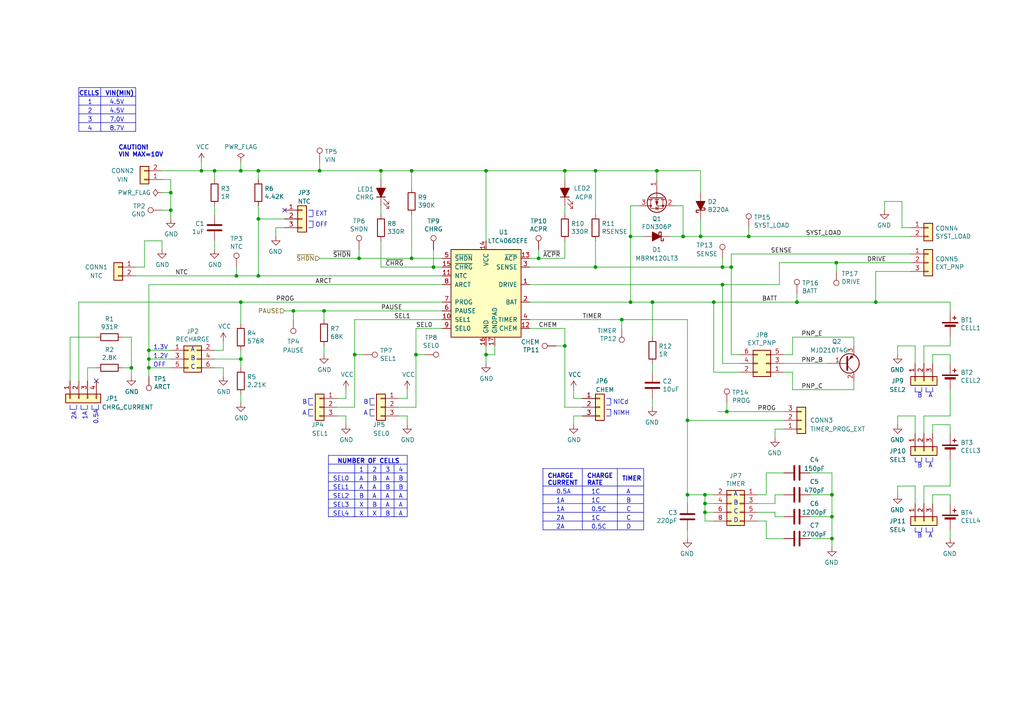
<source format=kicad_sch>
(kicad_sch (version 20231120) (generator "eeschema") (generator_version "8.0")
  (paper "A4")
  (lib_symbols
    (symbol "AE01.12.42.100-rescue:D_Schottky_ALT-Device" (pin_numbers hide) (pin_names (offset 1.016) hide)
      (property "Reference" "D" (at 0 2.54 0))
      (property "Value" "Device_D_Schottky_ALT" (at 0 -2.54 0))
      (symbol "D_Schottky_ALT-Device_1_1"
        (pin passive line (at -3.81 0 0) (length 2.54) (name "K") (number "1"))
        (pin passive line (at 3.81 0 180) (length 2.54) (name "A") (number "2"))
      )
    )
    (symbol "AE01.12.42.100-rescue:GND-power" (power) (pin_names (offset 0))
      (property "Value" "power_GND" (at 0 -3.81 0))
      (symbol "GND-power_1_1"
        (pin power_in line (at 0 0 270) (length 0) hide (name "GND") (number "1"))
      )
    )
    (symbol "AE01.12.42.100-rescue:LED_ALT-Device" (pin_numbers hide) (pin_names (offset 1.016) hide)
      (property "Reference" "D" (at 0 2.54 0))
      (property "Value" "Device_LED_ALT" (at 0 -2.54 0))
      (symbol "LED_ALT-Device_1_1"
        (pin passive line (at -3.81 0 0) (length 2.54) (name "K") (number "1"))
        (pin passive line (at 3.81 0 180) (length 2.54) (name "A") (number "2"))
      )
    )
    (symbol "AE01.12.42.100-rescue:LTC4060EFE-Battery_Management" (pin_names (offset 1.016))
      (property "Reference" "U" (at -8.382 13.97 0))
      (property "Value" "Battery_Management_LTC4060EFE" (at 1.524 13.97 0))
      (symbol "LTC4060EFE-Battery_Management_1_1"
        (pin output line (at 12.7 2.54 180) (length 2.54) (name "DRIVE") (number "1"))
        (pin input line (at -12.7 -7.62 0) (length 2.54) (name "SEL1") (number "10"))
        (pin input line (at -12.7 5.08 0) (length 2.54) (name "NTC") (number "11"))
        (pin input line (at 12.7 -10.16 180) (length 2.54) (name "CHEM") (number "12"))
        (pin open_collector line (at 12.7 10.16 180) (length 2.54) (name "~{ACP}") (number "13"))
        (pin power_in line (at 0 15.24 270) (length 2.54) (name "VCC") (number "14"))
        (pin open_collector line (at -12.7 7.62 0) (length 2.54) (name "~{CHRG}") (number "15"))
        (pin power_in line (at 0 -15.24 90) (length 2.54) (name "GND") (number "16"))
        (pin power_in line (at 2.54 -15.24 90) (length 2.54) (name "GNDPAD") (number "17"))
        (pin input line (at 12.7 -2.54 180) (length 2.54) (name "BAT") (number "2"))
        (pin input line (at 12.7 7.62 180) (length 2.54) (name "SENSE") (number "3"))
        (pin input line (at 12.7 -7.62 180) (length 2.54) (name "TIMER") (number "4"))
        (pin input line (at -12.7 10.16 0) (length 2.54) (name "~{SHDN}") (number "5"))
        (pin input line (at -12.7 -5.08 0) (length 2.54) (name "PAUSE") (number "6"))
        (pin input line (at -12.7 -2.54 0) (length 2.54) (name "PROG") (number "7"))
        (pin input line (at -12.7 2.54 0) (length 2.54) (name "ARCT") (number "8"))
        (pin input line (at -12.7 -10.16 0) (length 2.54) (name "SEL0") (number "9"))
      )
    )
    (symbol "AE01.12.42.100-rescue:PWR_FLAG-power" (power) (pin_numbers hide) (pin_names (offset 0) hide)
      (property "Value" "power_PWR_FLAG" (at 0 3.81 0))
      (symbol "PWR_FLAG-power_0_0"
        (pin power_out line (at 0 0 90) (length 0) (name "pwr") (number "1"))
      )
    )
    (symbol "AE01.12.42.100-rescue:VCC-power" (power) (pin_names (offset 0))
      (property "Value" "power_VCC" (at 0 3.81 0))
      (symbol "VCC-power_1_1"
        (pin power_in line (at 0 0 90) (length 0) hide (name "VCC") (number "1"))
      )
    )
    (symbol "Connector:TestPoint" (pin_numbers hide) (pin_names (offset 0.762) hide)
      (property "Reference" "TP" (at 0 6.858 0))
      (property "Value" "TestPoint" (at 0 5.08 0))
      (symbol "TestPoint_1_1"
        (pin passive line (at 0 0 90) (length 2.54) (name "1") (number "1"))
      )
    )
    (symbol "Connector_Generic:Conn_01x02" (pin_names (offset 1.016) hide)
      (property "Reference" "J" (at 0 2.54 0))
      (property "Value" "Conn_01x02" (at 0 -5.08 0))
      (symbol "Conn_01x02_1_1"
        (pin passive line (at -5.08 0 0) (length 3.81) (name "Pin_1") (number "1"))
        (pin passive line (at -5.08 -2.54 0) (length 3.81) (name "Pin_2") (number "2"))
      )
    )
    (symbol "Connector_Generic:Conn_01x03" (pin_names (offset 1.016) hide)
      (property "Reference" "J" (at 0 5.08 0))
      (property "Value" "Conn_01x03" (at 0 -5.08 0))
      (symbol "Conn_01x03_1_1"
        (pin passive line (at -5.08 2.54 0) (length 3.81) (name "Pin_1") (number "1"))
        (pin passive line (at -5.08 0 0) (length 3.81) (name "Pin_2") (number "2"))
        (pin passive line (at -5.08 -2.54 0) (length 3.81) (name "Pin_3") (number "3"))
      )
    )
    (symbol "Connector_Generic:Conn_01x04" (pin_names (offset 1.016) hide)
      (property "Reference" "J" (at 0 5.08 0))
      (property "Value" "Conn_01x04" (at 0 -7.62 0))
      (symbol "Conn_01x04_1_1"
        (pin passive line (at -5.08 2.54 0) (length 3.81) (name "Pin_1") (number "1"))
        (pin passive line (at -5.08 0 0) (length 3.81) (name "Pin_2") (number "2"))
        (pin passive line (at -5.08 -2.54 0) (length 3.81) (name "Pin_3") (number "3"))
        (pin passive line (at -5.08 -5.08 0) (length 3.81) (name "Pin_4") (number "4"))
      )
    )
    (symbol "Connector_Generic:Conn_02x03_Odd_Even" (pin_names (offset 1.016) hide)
      (property "Reference" "J" (at 1.27 5.08 0))
      (property "Value" "Conn_02x03_Odd_Even" (at 1.27 -5.08 0))
      (symbol "Conn_02x03_Odd_Even_1_1"
        (pin passive line (at -5.08 2.54 0) (length 3.81) (name "Pin_1") (number "1"))
        (pin passive line (at 7.62 2.54 180) (length 3.81) (name "Pin_2") (number "2"))
        (pin passive line (at -5.08 0 0) (length 3.81) (name "Pin_3") (number "3"))
        (pin passive line (at 7.62 0 180) (length 3.81) (name "Pin_4") (number "4"))
        (pin passive line (at -5.08 -2.54 0) (length 3.81) (name "Pin_5") (number "5"))
        (pin passive line (at 7.62 -2.54 180) (length 3.81) (name "Pin_6") (number "6"))
      )
    )
    (symbol "Connector_Generic:Conn_02x04_Odd_Even" (pin_names (offset 1.016) hide)
      (property "Reference" "J" (at 1.27 5.08 0))
      (property "Value" "Conn_02x04_Odd_Even" (at 1.27 -7.62 0))
      (symbol "Conn_02x04_Odd_Even_1_1"
        (pin passive line (at -5.08 2.54 0) (length 3.81) (name "Pin_1") (number "1"))
        (pin passive line (at 7.62 2.54 180) (length 3.81) (name "Pin_2") (number "2"))
        (pin passive line (at -5.08 0 0) (length 3.81) (name "Pin_3") (number "3"))
        (pin passive line (at 7.62 0 180) (length 3.81) (name "Pin_4") (number "4"))
        (pin passive line (at -5.08 -2.54 0) (length 3.81) (name "Pin_5") (number "5"))
        (pin passive line (at 7.62 -2.54 180) (length 3.81) (name "Pin_6") (number "6"))
        (pin passive line (at -5.08 -5.08 0) (length 3.81) (name "Pin_7") (number "7"))
        (pin passive line (at 7.62 -5.08 180) (length 3.81) (name "Pin_8") (number "8"))
      )
    )
    (symbol "Device:Battery_Cell" (pin_numbers hide) (pin_names (offset 0) hide)
      (property "Reference" "BT" (at 2.54 2.54 0))
      (property "Value" "Battery_Cell" (at 2.54 0 0))
      (symbol "Battery_Cell_1_1"
        (pin passive line (at 0 5.08 270) (length 2.54) (name "+") (number "1"))
        (pin passive line (at 0 -2.54 90) (length 2.54) (name "-") (number "2"))
      )
    )
    (symbol "Device:C" (pin_numbers hide) (pin_names (offset 0.254))
      (property "Reference" "C" (at 0.635 2.54 0))
      (property "Value" "C" (at 0.635 -2.54 0))
      (symbol "C_1_1"
        (pin passive line (at 0 3.81 270) (length 2.794) (name "~") (number "1"))
        (pin passive line (at 0 -3.81 90) (length 2.794) (name "~") (number "2"))
      )
    )
    (symbol "Device:Q_PMOS_GSD" (pin_names (offset 0) hide)
      (property "Reference" "Q" (at 5.08 1.27 0))
      (property "Value" "Q_PMOS_GSD" (at 5.08 -1.27 0))
      (symbol "Q_PMOS_GSD_1_1"
        (pin input line (at -5.08 0 0) (length 2.54) (name "G") (number "1"))
        (pin passive line (at 2.54 -5.08 90) (length 2.54) (name "S") (number "2"))
        (pin passive line (at 2.54 5.08 270) (length 2.54) (name "D") (number "3"))
      )
    )
    (symbol "Device:Q_PNP_BCE" (pin_names (offset 0) hide)
      (property "Reference" "Q" (at 5.08 1.27 0))
      (property "Value" "Q_PNP_BCE" (at 5.08 -1.27 0))
      (symbol "Q_PNP_BCE_1_1"
        (pin input line (at -5.08 0 0) (length 5.715) (name "B") (number "1"))
        (pin passive line (at 2.54 5.08 270) (length 2.54) (name "C") (number "2"))
        (pin passive line (at 2.54 -5.08 90) (length 2.54) (name "E") (number "3"))
      )
    )
    (symbol "Device:R" (pin_numbers hide) (pin_names (offset 0))
      (property "Reference" "R" (at 2.032 0 90))
      (property "Value" "R" (at 0 0 90))
      (symbol "R_1_1"
        (pin passive line (at 0 3.81 270) (length 1.27) (name "~") (number "1"))
        (pin passive line (at 0 -3.81 90) (length 1.27) (name "~") (number "2"))
      )
    )
  )
  (junction (at 203.2 68.58))
  (junction (at 204.47 146.05))
  (junction (at 68.58 80.01))
  (junction (at 180.34 92.71))
  (junction (at 209.55 77.47))
  (junction (at 204.47 143.51))
  (junction (at 207.01 87.63))
  (junction (at 119.38 49.53))
  (junction (at 43.18 106.68))
  (junction (at 140.97 49.53))
  (junction (at 241.3 143.51))
  (junction (at 49.53 60.96))
  (junction (at 69.85 49.53))
  (junction (at 189.23 87.63))
  (junction (at 204.47 148.59))
  (junction (at 49.53 55.88))
  (junction (at 43.18 101.6))
  (junction (at 163.83 49.53))
  (junction (at 172.72 77.47))
  (junction (at 163.83 100.33))
  (junction (at 199.39 143.51))
  (junction (at 58.42 49.53))
  (junction (at 242.57 76.2))
  (junction (at 172.72 49.53))
  (junction (at 43.18 104.14))
  (junction (at 69.85 104.14))
  (junction (at 156.21 74.93))
  (junction (at 212.09 77.47))
  (junction (at 140.97 102.87))
  (junction (at 85.09 90.17))
  (junction (at 209.55 82.55))
  (junction (at 74.93 80.01))
  (junction (at 199.39 121.92))
  (junction (at 210.82 119.38))
  (junction (at 110.49 49.53))
  (junction (at 119.38 74.93))
  (junction (at 62.23 49.53))
  (junction (at 69.85 87.63))
  (junction (at 93.98 90.17))
  (junction (at 74.93 63.5))
  (junction (at 102.87 102.87))
  (junction (at 254 87.63))
  (junction (at 92.71 49.53))
  (junction (at 241.3 156.21))
  (junction (at 231.14 87.63))
  (junction (at 198.12 68.58))
  (junction (at 125.73 77.47))
  (junction (at 241.3 149.86))
  (junction (at 217.17 68.58))
  (junction (at 104.14 74.93))
  (junction (at 74.93 49.53))
  (junction (at 182.88 87.63))
  (junction (at 190.5 49.53))
  (junction (at 38.1 106.68))
  (junction (at 182.88 68.58))
  (junction (at 120.65 102.87))
  (no_connect (at 27.94 110.49))
  (no_connect (at 82.55 60.96))
  (wire (pts (xy 229.87 107.95) (xy 229.87 113.03)))
  (wire (pts (xy 260.35 100.33) (xy 260.35 102.87)))
  (wire (pts (xy 199.39 121.92) (xy 199.39 143.51)))
  (wire (pts (xy 163.83 59.69) (xy 163.83 62.23)))
  (polyline (pts (xy 265.43 113.665) (xy 267.335 113.665)) (stroke (width 0) (type dash)))
  (wire (pts (xy 241.3 149.86) (xy 241.3 143.51)))
  (wire (pts (xy 275.59 102.87) (xy 275.59 105.41)))
  (polyline (pts (xy 267.335 113.665) (xy 267.335 112.395)) (stroke (width 0) (type dash)))
  (wire (pts (xy 153.67 92.71) (xy 180.34 92.71)))
  (polyline (pts (xy 114.3 134.62) (xy 114.3 149.86)) (stroke (width 0) (type solid)))
  (wire (pts (xy 38.1 97.79) (xy 38.1 106.68)))
  (wire (pts (xy 219.71 143.51) (xy 222.25 143.51)))
  (wire (pts (xy 275.59 102.87) (xy 270.51 102.87)))
  (wire (pts (xy 267.97 100.33) (xy 267.97 105.41)))
  (wire (pts (xy 62.23 49.53) (xy 58.42 49.53)))
  (wire (pts (xy 227.33 156.21) (xy 222.25 156.21)))
  (wire (pts (xy 68.58 77.47) (xy 68.58 80.01)))
  (wire (pts (xy 163.83 69.85) (xy 163.83 74.93)))
  (wire (pts (xy 207.01 87.63) (xy 231.14 87.63)))
  (wire (pts (xy 226.06 76.2) (xy 226.06 82.55)))
  (polyline (pts (xy 157.48 143.51) (xy 186.69 143.51)) (stroke (width 0) (type solid)))
  (polyline (pts (xy 89.535 118.745) (xy 89.535 120.65)) (stroke (width 0) (type dash)))
  (wire (pts (xy 180.34 92.71) (xy 199.39 92.71)))
  (polyline (pts (xy 89.535 117.475) (xy 90.805 117.475)) (stroke (width 0) (type dash)))
  (wire (pts (xy 62.23 49.53) (xy 62.23 52.07)))
  (wire (pts (xy 43.18 109.22) (xy 43.18 106.68)))
  (wire (pts (xy 212.09 73.66) (xy 212.09 77.47)))
  (polyline (pts (xy 22.86 27.94) (xy 39.37 27.94)) (stroke (width 0) (type solid)))
  (wire (pts (xy 260.35 140.97) (xy 260.35 143.51)))
  (polyline (pts (xy 268.605 133.985) (xy 270.51 133.985)) (stroke (width 0) (type dash)))
  (wire (pts (xy 189.23 107.95) (xy 189.23 105.41)))
  (wire (pts (xy 227.33 121.92) (xy 199.39 121.92)))
  (wire (pts (xy 265.43 100.33) (xy 260.35 100.33)))
  (polyline (pts (xy 175.895 118.745) (xy 177.165 118.745)) (stroke (width 0) (type dash)))
  (wire (pts (xy 82.55 90.17) (xy 85.09 90.17)))
  (polyline (pts (xy 89.535 64.135) (xy 90.805 64.135)) (stroke (width 0) (type dash)))
  (wire (pts (xy 41.91 69.85) (xy 46.99 69.85)))
  (polyline (pts (xy 157.48 153.67) (xy 186.69 153.67)) (stroke (width 0) (type solid)))
  (wire (pts (xy 203.2 49.53) (xy 190.5 49.53)))
  (wire (pts (xy 189.23 87.63) (xy 207.01 87.63)))
  (wire (pts (xy 204.47 146.05) (xy 204.47 148.59)))
  (polyline (pts (xy 89.535 115.57) (xy 89.535 117.475)) (stroke (width 0) (type dash)))
  (wire (pts (xy 219.71 146.05) (xy 224.79 146.05)))
  (wire (pts (xy 275.59 113.03) (xy 275.59 120.65)))
  (wire (pts (xy 49.53 55.88) (xy 49.53 60.96)))
  (polyline (pts (xy 22.225 118.745) (xy 22.225 117.475)) (stroke (width 0) (type dash)))
  (polyline (pts (xy 107.315 118.745) (xy 107.315 120.65)) (stroke (width 0) (type dash)))
  (wire (pts (xy 234.95 156.21) (xy 241.3 156.21)))
  (wire (pts (xy 100.33 115.57) (xy 97.79 115.57)))
  (wire (pts (xy 161.29 100.33) (xy 163.83 100.33)))
  (polyline (pts (xy 89.535 60.96) (xy 90.805 60.96)) (stroke (width 0) (type dash)))
  (wire (pts (xy 22.86 87.63) (xy 22.86 110.49)))
  (wire (pts (xy 198.12 68.58) (xy 203.2 68.58)))
  (wire (pts (xy 74.93 49.53) (xy 92.71 49.53)))
  (wire (pts (xy 254 78.74) (xy 264.16 78.74)))
  (wire (pts (xy 69.85 116.84) (xy 69.85 114.3)))
  (wire (pts (xy 102.87 118.11) (xy 102.87 102.87)))
  (wire (pts (xy 275.59 146.05) (xy 275.59 143.51)))
  (wire (pts (xy 241.3 137.16) (xy 234.95 137.16)))
  (polyline (pts (xy 270.51 113.665) (xy 270.51 112.395)) (stroke (width 0) (type dash)))
  (wire (pts (xy 267.97 146.05) (xy 267.97 140.97)))
  (wire (pts (xy 128.27 87.63) (xy 69.85 87.63)))
  (wire (pts (xy 93.98 90.17) (xy 93.98 92.71)))
  (wire (pts (xy 125.73 72.39) (xy 125.73 77.47)))
  (polyline (pts (xy 177.165 117.475) (xy 175.895 117.475)) (stroke (width 0) (type dash)))
  (polyline (pts (xy 108.585 118.745) (xy 107.315 118.745)) (stroke (width 0) (type dash)))
  (wire (pts (xy 227.33 119.38) (xy 210.82 119.38)))
  (wire (pts (xy 163.83 118.11) (xy 168.91 118.11)))
  (wire (pts (xy 265.43 120.65) (xy 260.35 120.65)))
  (polyline (pts (xy 26.67 118.745) (xy 28.575 118.745)) (stroke (width 0) (type dash)))
  (polyline (pts (xy 22.86 33.02) (xy 39.37 33.02)) (stroke (width 0) (type solid)))
  (wire (pts (xy 247.65 113.03) (xy 247.65 110.49)))
  (wire (pts (xy 153.67 77.47) (xy 172.72 77.47)))
  (polyline (pts (xy 186.69 151.13) (xy 157.48 151.13)) (stroke (width 0) (type solid)))
  (wire (pts (xy 128.27 74.93) (xy 119.38 74.93)))
  (wire (pts (xy 242.57 78.74) (xy 242.57 76.2)))
  (wire (pts (xy 163.83 100.33) (xy 163.83 95.25)))
  (wire (pts (xy 172.72 62.23) (xy 172.72 49.53)))
  (wire (pts (xy 217.17 66.04) (xy 217.17 68.58)))
  (wire (pts (xy 43.18 104.14) (xy 43.18 101.6)))
  (polyline (pts (xy 90.805 118.745) (xy 89.535 118.745)) (stroke (width 0) (type dash)))
  (wire (pts (xy 110.49 77.47) (xy 110.49 69.85)))
  (wire (pts (xy 62.23 62.23) (xy 62.23 59.69)))
  (polyline (pts (xy 177.165 118.745) (xy 177.165 120.65)) (stroke (width 0) (type dash)))
  (wire (pts (xy 204.47 148.59) (xy 204.47 151.13)))
  (wire (pts (xy 128.27 80.01) (xy 74.93 80.01)))
  (wire (pts (xy 198.12 59.69) (xy 195.58 59.69)))
  (wire (pts (xy 209.55 105.41) (xy 209.55 82.55)))
  (wire (pts (xy 69.85 49.53) (xy 74.93 49.53)))
  (polyline (pts (xy 108.585 115.57) (xy 107.315 115.57)) (stroke (width 0) (type dash)))
  (polyline (pts (xy 268.605 113.665) (xy 270.51 113.665)) (stroke (width 0) (type dash)))
  (polyline (pts (xy 107.315 117.475) (xy 108.585 117.475)) (stroke (width 0) (type dash)))
  (polyline (pts (xy 22.86 38.1) (xy 39.37 38.1)) (stroke (width 0) (type solid)))
  (wire (pts (xy 194.31 68.58) (xy 198.12 68.58)))
  (polyline (pts (xy 89.535 120.65) (xy 90.805 120.65)) (stroke (width 0) (type dash)))
  (wire (pts (xy 198.12 68.58) (xy 198.12 59.69)))
  (wire (pts (xy 227.33 137.16) (xy 222.25 137.16)))
  (wire (pts (xy 203.2 68.58) (xy 217.17 68.58)))
  (wire (pts (xy 69.85 104.14) (xy 69.85 101.6)))
  (polyline (pts (xy 118.11 132.08) (xy 118.11 149.86)) (stroke (width 0) (type solid)))
  (wire (pts (xy 264.16 66.04) (xy 261.62 66.04)))
  (wire (pts (xy 140.97 102.87) (xy 143.51 102.87)))
  (wire (pts (xy 105.41 102.87) (xy 102.87 102.87)))
  (wire (pts (xy 118.11 120.65) (xy 118.11 123.19)))
  (wire (pts (xy 156.21 74.93) (xy 156.21 72.39)))
  (wire (pts (xy 153.67 87.63) (xy 182.88 87.63)))
  (wire (pts (xy 119.38 74.93) (xy 104.14 74.93)))
  (polyline (pts (xy 29.21 25.4) (xy 29.21 38.1)) (stroke (width 0) (type solid)))
  (wire (pts (xy 224.79 143.51) (xy 227.33 143.51)))
  (wire (pts (xy 264.16 73.66) (xy 212.09 73.66)))
  (wire (pts (xy 224.79 146.05) (xy 224.79 143.51)))
  (wire (pts (xy 92.71 46.99) (xy 92.71 49.53)))
  (wire (pts (xy 100.33 120.65) (xy 100.33 123.19)))
  (wire (pts (xy 22.86 87.63) (xy 69.85 87.63)))
  (wire (pts (xy 209.55 74.93) (xy 209.55 77.47)))
  (wire (pts (xy 189.23 87.63) (xy 189.23 97.79)))
  (polyline (pts (xy 95.25 137.16) (xy 118.11 137.16)) (stroke (width 0) (type solid)))
  (polyline (pts (xy 186.69 135.89) (xy 186.69 153.67)) (stroke (width 0) (type solid)))
  (wire (pts (xy 227.33 107.95) (xy 229.87 107.95)))
  (polyline (pts (xy 177.165 120.65) (xy 175.895 120.65)) (stroke (width 0) (type dash)))
  (wire (pts (xy 140.97 100.33) (xy 140.97 102.87)))
  (wire (pts (xy 46.99 49.53) (xy 58.42 49.53)))
  (polyline (pts (xy 95.25 132.08) (xy 118.11 132.08)) (stroke (width 0) (type solid)))
  (wire (pts (xy 214.63 102.87) (xy 212.09 102.87)))
  (wire (pts (xy 212.09 77.47) (xy 209.55 77.47)))
  (wire (pts (xy 231.14 87.63) (xy 254 87.63)))
  (wire (pts (xy 256.54 58.42) (xy 256.54 60.96)))
  (polyline (pts (xy 25.4 118.745) (xy 25.4 117.475)) (stroke (width 0) (type dash)))
  (polyline (pts (xy 102.87 149.86) (xy 102.87 134.62)) (stroke (width 0) (type solid)))
  (wire (pts (xy 204.47 146.05) (xy 207.01 146.05)))
  (wire (pts (xy 275.59 120.65) (xy 267.97 120.65)))
  (polyline (pts (xy 22.86 25.4) (xy 22.86 38.1)) (stroke (width 0) (type solid)))
  (wire (pts (xy 110.49 49.53) (xy 110.49 52.07)))
  (wire (pts (xy 241.3 156.21) (xy 241.3 158.75)))
  (wire (pts (xy 260.35 120.65) (xy 260.35 123.19)))
  (polyline (pts (xy 20.32 117.475) (xy 20.32 118.745)) (stroke (width 0) (type dash)))
  (wire (pts (xy 97.79 118.11) (xy 102.87 118.11)))
  (wire (pts (xy 204.47 143.51) (xy 207.01 143.51)))
  (wire (pts (xy 49.53 60.96) (xy 49.53 63.5)))
  (wire (pts (xy 241.3 143.51) (xy 241.3 137.16)))
  (polyline (pts (xy 270.51 154.305) (xy 270.51 153.035)) (stroke (width 0) (type dash)))
  (wire (pts (xy 180.34 95.25) (xy 180.34 92.71)))
  (wire (pts (xy 120.65 102.87) (xy 120.65 95.25)))
  (wire (pts (xy 229.87 97.79) (xy 229.87 102.87)))
  (wire (pts (xy 80.01 68.58) (xy 80.01 66.04)))
  (wire (pts (xy 241.3 149.86) (xy 234.95 149.86)))
  (wire (pts (xy 210.82 119.38) (xy 208.28 119.38)))
  (wire (pts (xy 182.88 87.63) (xy 189.23 87.63)))
  (wire (pts (xy 74.93 80.01) (xy 68.58 80.01)))
  (wire (pts (xy 20.32 97.79) (xy 20.32 110.49)))
  (wire (pts (xy 102.87 102.87) (xy 102.87 92.71)))
  (polyline (pts (xy 95.25 142.24) (xy 118.11 142.24)) (stroke (width 0) (type solid)))
  (wire (pts (xy 46.99 55.88) (xy 49.53 55.88)))
  (wire (pts (xy 203.2 55.88) (xy 203.2 49.53)))
  (wire (pts (xy 93.98 102.87) (xy 93.98 100.33)))
  (wire (pts (xy 62.23 106.68) (xy 64.77 106.68)))
  (wire (pts (xy 172.72 77.47) (xy 209.55 77.47)))
  (polyline (pts (xy 110.49 134.62) (xy 110.49 149.86)) (stroke (width 0) (type solid)))
  (wire (pts (xy 199.39 92.71) (xy 199.39 121.92)))
  (wire (pts (xy 242.57 76.2) (xy 226.06 76.2)))
  (wire (pts (xy 115.57 120.65) (xy 118.11 120.65)))
  (polyline (pts (xy 22.86 35.56) (xy 39.37 35.56)) (stroke (width 0) (type solid)))
  (wire (pts (xy 69.85 93.98) (xy 69.85 87.63)))
  (polyline (pts (xy 186.69 146.05) (xy 157.48 146.05)) (stroke (width 0) (type solid)))
  (wire (pts (xy 247.65 97.79) (xy 229.87 97.79)))
  (wire (pts (xy 182.88 68.58) (xy 182.88 87.63)))
  (wire (pts (xy 119.38 49.53) (xy 140.97 49.53)))
  (wire (pts (xy 224.79 124.46) (xy 227.33 124.46)))
  (wire (pts (xy 275.59 100.33) (xy 267.97 100.33)))
  (wire (pts (xy 85.09 92.71) (xy 85.09 90.17)))
  (wire (pts (xy 153.67 82.55) (xy 209.55 82.55)))
  (wire (pts (xy 209.55 82.55) (xy 226.06 82.55)))
  (polyline (pts (xy 177.165 115.57) (xy 177.165 117.475)) (stroke (width 0) (type dash)))
  (wire (pts (xy 275.59 123.19) (xy 275.59 125.73)))
  (wire (pts (xy 115.57 118.11) (xy 120.65 118.11)))
  (polyline (pts (xy 186.69 135.89) (xy 157.48 135.89)) (stroke (width 0) (type solid)))
  (wire (pts (xy 140.97 69.85) (xy 140.97 49.53)))
  (wire (pts (xy 39.37 77.47) (xy 41.91 77.47)))
  (wire (pts (xy 140.97 102.87) (xy 140.97 105.41)))
  (wire (pts (xy 163.83 74.93) (xy 156.21 74.93)))
  (wire (pts (xy 224.79 149.86) (xy 227.33 149.86)))
  (polyline (pts (xy 265.43 112.395) (xy 265.43 113.665)) (stroke (width 0) (type dash)))
  (wire (pts (xy 68.58 80.01) (xy 39.37 80.01)))
  (polyline (pts (xy 265.43 154.305) (xy 267.335 154.305)) (stroke (width 0) (type dash)))
  (polyline (pts (xy 26.67 117.475) (xy 26.67 118.745)) (stroke (width 0) (type dash)))
  (wire (pts (xy 49.53 60.96) (xy 46.99 60.96)))
  (wire (pts (xy 92.71 49.53) (xy 110.49 49.53)))
  (wire (pts (xy 204.47 143.51) (xy 199.39 143.51)))
  (wire (pts (xy 74.93 59.69) (xy 74.93 63.5)))
  (wire (pts (xy 123.19 102.87) (xy 120.65 102.87)))
  (wire (pts (xy 35.56 97.79) (xy 38.1 97.79)))
  (wire (pts (xy 25.4 106.68) (xy 25.4 110.49)))
  (wire (pts (xy 241.3 156.21) (xy 241.3 149.86)))
  (wire (pts (xy 43.18 101.6) (xy 49.53 101.6)))
  (polyline (pts (xy 22.86 30.48) (xy 39.37 30.48)) (stroke (width 0) (type solid)))
  (wire (pts (xy 38.1 106.68) (xy 38.1 109.22)))
  (polyline (pts (xy 157.48 148.59) (xy 186.69 148.59)) (stroke (width 0) (type solid)))
  (polyline (pts (xy 95.25 147.32) (xy 118.11 147.32)) (stroke (width 0) (type solid)))
  (wire (pts (xy 265.43 140.97) (xy 260.35 140.97)))
  (wire (pts (xy 224.79 148.59) (xy 224.79 149.86)))
  (wire (pts (xy 204.47 143.51) (xy 204.47 146.05)))
  (wire (pts (xy 190.5 52.07) (xy 190.5 49.53)))
  (polyline (pts (xy 267.335 154.305) (xy 267.335 153.035)) (stroke (width 0) (type dash)))
  (wire (pts (xy 265.43 125.73) (xy 265.43 120.65)))
  (wire (pts (xy 241.3 143.51) (xy 234.95 143.51)))
  (polyline (pts (xy 90.805 62.865) (xy 89.535 62.865)) (stroke (width 0) (type dash)))
  (polyline (pts (xy 265.43 133.985) (xy 267.335 133.985)) (stroke (width 0) (type dash)))
  (wire (pts (xy 153.67 95.25) (xy 163.83 95.25)))
  (wire (pts (xy 119.38 49.53) (xy 110.49 49.53)))
  (polyline (pts (xy 267.335 133.985) (xy 267.335 132.715)) (stroke (width 0) (type dash)))
  (wire (pts (xy 204.47 151.13) (xy 207.01 151.13)))
  (polyline (pts (xy 28.575 118.745) (xy 28.575 117.475)) (stroke (width 0) (type dash)))
  (wire (pts (xy 217.17 68.58) (xy 264.16 68.58)))
  (wire (pts (xy 46.99 52.07) (xy 49.53 52.07)))
  (polyline (pts (xy 268.605 153.035) (xy 268.605 154.305)) (stroke (width 0) (type dash)))
  (wire (pts (xy 264.16 76.2) (xy 242.57 76.2)))
  (wire (pts (xy 120.65 118.11) (xy 120.65 102.87)))
  (wire (pts (xy 209.55 105.41) (xy 214.63 105.41)))
  (polyline (pts (xy 270.51 133.985) (xy 270.51 132.715)) (stroke (width 0) (type dash)))
  (wire (pts (xy 49.53 106.68) (xy 43.18 106.68)))
  (wire (pts (xy 46.99 69.85) (xy 46.99 72.39)))
  (polyline (pts (xy 107.315 120.65) (xy 108.585 120.65)) (stroke (width 0) (type dash)))
  (wire (pts (xy 128.27 77.47) (xy 125.73 77.47)))
  (polyline (pts (xy 39.37 25.4) (xy 39.37 38.1)) (stroke (width 0) (type solid)))
  (wire (pts (xy 27.94 97.79) (xy 20.32 97.79)))
  (polyline (pts (xy 265.43 132.715) (xy 265.43 133.985)) (stroke (width 0) (type dash)))
  (wire (pts (xy 163.83 118.11) (xy 163.83 100.33)))
  (wire (pts (xy 210.82 119.38) (xy 210.82 116.84)))
  (polyline (pts (xy 95.25 139.7) (xy 118.11 139.7)) (stroke (width 0) (type solid)))
  (wire (pts (xy 261.62 58.42) (xy 256.54 58.42)))
  (wire (pts (xy 163.83 52.07) (xy 163.83 49.53)))
  (wire (pts (xy 119.38 54.61) (xy 119.38 49.53)))
  (wire (pts (xy 219.71 151.13) (xy 222.25 151.13)))
  (wire (pts (xy 41.91 77.47) (xy 41.91 69.85)))
  (wire (pts (xy 58.42 49.53) (xy 58.42 46.99)))
  (wire (pts (xy 118.11 115.57) (xy 115.57 115.57)))
  (wire (pts (xy 207.01 87.63) (xy 207.01 107.95)))
  (wire (pts (xy 182.88 68.58) (xy 182.88 59.69)))
  (wire (pts (xy 224.79 127) (xy 224.79 124.46)))
  (wire (pts (xy 172.72 49.53) (xy 163.83 49.53)))
  (wire (pts (xy 82.55 63.5) (xy 74.93 63.5)))
  (polyline (pts (xy 179.07 135.89) (xy 179.07 153.67)) (stroke (width 0) (type solid)))
  (wire (pts (xy 182.88 59.69) (xy 185.42 59.69)))
  (wire (pts (xy 110.49 62.23) (xy 110.49 59.69)))
  (wire (pts (xy 143.51 102.87) (xy 143.51 100.33)))
  (wire (pts (xy 254 87.63) (xy 254 78.74)))
  (wire (pts (xy 74.93 52.07) (xy 74.93 49.53)))
  (wire (pts (xy 43.18 82.55) (xy 128.27 82.55)))
  (wire (pts (xy 156.21 74.93) (xy 153.67 74.93)))
  (wire (pts (xy 270.51 143.51) (xy 270.51 146.05)))
  (wire (pts (xy 222.25 151.13) (xy 222.25 156.21)))
  (polyline (pts (xy 268.605 112.395) (xy 268.605 113.665)) (stroke (width 0) (type dash)))
  (wire (pts (xy 120.65 95.25) (xy 128.27 95.25)))
  (polyline (pts (xy 265.43 153.035) (xy 265.43 154.305)) (stroke (width 0) (type dash)))
  (wire (pts (xy 85.09 90.17) (xy 93.98 90.17)))
  (polyline (pts (xy 157.48 140.97) (xy 186.69 140.97)) (stroke (width 0) (type solid)))
  (wire (pts (xy 275.59 90.17) (xy 275.59 87.63)))
  (polyline (pts (xy 106.68 134.62) (xy 106.68 149.86)) (stroke (width 0) (type solid)))
  (polyline (pts (xy 107.315 115.57) (xy 107.315 117.475)) (stroke (width 0) (type dash)))
  (wire (pts (xy 267.97 125.73) (xy 267.97 120.65)))
  (polyline (pts (xy 95.25 149.86) (xy 118.11 149.86)) (stroke (width 0) (type dash)))
  (wire (pts (xy 69.85 49.53) (xy 69.85 46.99)))
  (wire (pts (xy 128.27 90.17) (xy 93.98 90.17)))
  (polyline (pts (xy 168.91 135.89) (xy 168.91 153.67)) (stroke (width 0) (type solid)))
  (wire (pts (xy 261.62 66.04) (xy 261.62 58.42)))
  (wire (pts (xy 203.2 68.58) (xy 203.2 63.5)))
  (wire (pts (xy 227.33 105.41) (xy 240.03 105.41)))
  (wire (pts (xy 231.14 85.09) (xy 231.14 87.63)))
  (wire (pts (xy 62.23 72.39) (xy 62.23 69.85)))
  (wire (pts (xy 166.37 115.57) (xy 168.91 115.57)))
  (polyline (pts (xy 95.25 134.62) (xy 118.11 134.62)) (stroke (width 0) (type solid)))
  (wire (pts (xy 166.37 120.65) (xy 166.37 123.19)))
  (wire (pts (xy 166.37 120.65) (xy 168.91 120.65)))
  (polyline (pts (xy 95.25 132.08) (xy 95.25 149.86)) (stroke (width 0) (type solid)))
  (wire (pts (xy 163.83 49.53) (xy 140.97 49.53)))
  (wire (pts (xy 69.85 49.53) (xy 62.23 49.53)))
  (wire (pts (xy 190.5 49.53) (xy 172.72 49.53)))
  (wire (pts (xy 265.43 146.05) (xy 265.43 140.97)))
  (wire (pts (xy 64.77 106.68) (xy 64.77 109.22)))
  (polyline (pts (xy 23.495 117.475) (xy 23.495 118.745)) (stroke (width 0) (type dash)))
  (wire (pts (xy 254 87.63) (xy 275.59 87.63)))
  (polyline (pts (xy 95.25 149.86) (xy 118.11 149.86)) (stroke (width 0) (type solid)))
  (wire (pts (xy 27.94 106.68) (xy 25.4 106.68)))
  (wire (pts (xy 199.39 143.51) (xy 199.39 146.05)))
  (wire (pts (xy 38.1 106.68) (xy 35.56 106.68)))
  (wire (pts (xy 204.47 148.59) (xy 207.01 148.59)))
  (wire (pts (xy 80.01 66.04) (xy 82.55 66.04)))
  (wire (pts (xy 275.59 123.19) (xy 270.51 123.19)))
  (wire (pts (xy 100.33 113.03) (xy 100.33 115.57)))
  (wire (pts (xy 229.87 102.87) (xy 227.33 102.87)))
  (wire (pts (xy 270.51 123.19) (xy 270.51 125.73)))
  (wire (pts (xy 189.23 118.11) (xy 189.23 115.57)))
  (wire (pts (xy 275.59 100.33) (xy 275.59 97.79)))
  (polyline (pts (xy 90.805 66.04) (xy 89.535 66.04)) (stroke (width 0) (type dash)))
  (polyline (pts (xy 157.48 135.89) (xy 157.48 153.67)) (stroke (width 0) (type solid)))
  (wire (pts (xy 43.18 106.68) (xy 43.18 104.14)))
  (wire (pts (xy 43.18 101.6) (xy 43.18 82.55)))
  (wire (pts (xy 166.37 115.57) (xy 166.37 113.03)))
  (wire (pts (xy 229.87 113.03) (xy 247.65 113.03)))
  (wire (pts (xy 74.93 63.5) (xy 74.93 80.01)))
  (polyline (pts (xy 175.895 115.57) (xy 177.165 115.57)) (stroke (width 0) (type dash)))
  (polyline (pts (xy 268.605 154.305) (xy 270.51 154.305)) (stroke (width 0) (type dash)))
  (polyline (pts (xy 268.605 132.715) (xy 268.605 133.985)) (stroke (width 0) (type dash)))
  (wire (pts (xy 222.25 143.51) (xy 222.25 137.16)))
  (wire (pts (xy 43.18 104.14) (xy 49.53 104.14)))
  (polyline (pts (xy 22.86 25.4) (xy 39.37 25.4)) (stroke (width 0) (type solid)))
  (wire (pts (xy 172.72 77.47) (xy 172.72 69.85)))
  (wire (pts (xy 275.59 140.97) (xy 267.97 140.97)))
  (wire (pts (xy 182.88 68.58) (xy 186.69 68.58)))
  (wire (pts (xy 207.01 107.95) (xy 214.63 107.95)))
  (polyline (pts (xy 90.805 115.57) (xy 89.535 115.57)) (stroke (width 0) (type dash)))
  (wire (pts (xy 104.14 74.93) (xy 92.71 74.93)))
  (wire (pts (xy 265.43 105.41) (xy 265.43 100.33)))
  (wire (pts (xy 275.59 153.67) (xy 275.59 156.21)))
  (wire (pts (xy 64.77 101.6) (xy 64.77 99.06)))
  (wire (pts (xy 199.39 156.21) (xy 199.39 153.67)))
  (wire (pts (xy 247.65 100.33) (xy 247.65 97.79)))
  (wire (pts (xy 212.09 102.87) (xy 212.09 77.47)))
  (wire (pts (xy 69.85 106.68) (xy 69.85 104.14)))
  (polyline (pts (xy 95.25 144.78) (xy 118.11 144.78)) (stroke (width 0) (type solid)))
  (wire (pts (xy 62.23 101.6) (xy 64.77 101.6)))
  (polyline (pts (xy 90.805 60.96) (xy 90.805 62.865)) (stroke (width 0) (type dash)))
  (wire (pts (xy 102.87 92.71) (xy 128.27 92.71)))
  (wire (pts (xy 275.59 133.35) (xy 275.59 140.97)))
  (wire (pts (xy 118.11 113.03) (xy 118.11 115.57)))
  (wire (pts (xy 100.33 120.65) (xy 97.79 120.65)))
  (wire (pts (xy 62.23 104.14) (xy 69.85 104.14)))
  (wire (pts (xy 119.38 62.23) (xy 119.38 74.93)))
  (wire (pts (xy 275.59 143.51) (xy 270.51 143.51)))
  (polyline (pts (xy 20.32 118.745) (xy 22.225 118.745)) (stroke (width 0) (type dash)))
  (polyline (pts (xy 23.495 118.745) (xy 25.4 118.745)) (stroke (width 0) (type dash)))
  (wire (pts (xy 219.71 148.59) (xy 224.79 148.59)))
  (wire (pts (xy 104.14 72.39) (xy 104.14 74.93)))
  (polyline (pts (xy 90.805 64.135) (xy 90.805 66.04)) (stroke (width 0) (type dash)))
  (wire (pts (xy 49.53 52.07) (xy 49.53 55.88)))
  (wire (pts (xy 125.73 77.47) (xy 110.49 77.47)))
  (wire (pts (xy 270.51 102.87) (xy 270.51 105.41)))
  (text "A" (at 87.63 120.65 0) (effects (font (size 1.27 1.27)) (justify left bottom)))
  (text "X" (at 104.14 149.86 0) (effects (font (size 1.27 1.27)) (justify left bottom)))
  (text "8.7V" (at 31.75 38.1 0) (effects (font (size 1.27 1.27)) (justify left bottom)))
  (text "1C" (at 171.45 151.13 0) (effects (font (size 1.27 1.27)) (justify left bottom)))
  (text "SEL2" (at 96.52 144.78 0) (effects (font (size 1.27 1.27)) (justify left bottom)))
  (text "1A" (at 25.4 121.92 90) (effects (font (size 1.27 1.27)) (justify left bottom)))
  (text "B" (at 115.57 142.24 0) (effects (font (size 1.27 1.27)) (justify left bottom)))
  (text "A" (at 104.14 139.7 0) (effects (font (size 1.27 1.27)) (justify left bottom)))
  (text "1.3V" (at 44.45 101.6 0) (effects (font (size 1.27 1.27)) (justify left bottom)))
  (text "A" (at 107.95 142.24 0) (effects (font (size 1.27 1.27)) (justify left bottom)))
  (text "1A" (at 161.29 148.59 0) (effects (font (size 1.27 1.27)) (justify left bottom)))
  (text "C" (at 181.61 148.59 0) (effects (font (size 1.27 1.27)) (justify left bottom)))
  (text "0.5C" (at 171.45 148.59 0) (effects (font (size 1.27 1.27)) (justify left bottom)))
  (text "CHARGE\nCURRENT" (at 158.75 140.97 0) (effects (font (size 1.27 1.27) (thickness 0.254) (bold yes)) (justify left bottom)))
  (text "SEL1" (at 96.52 142.24 0) (effects (font (size 1.27 1.27)) (justify left bottom)))
  (text "B" (at 266.065 115.57 0) (effects (font (size 1.27 1.27)) (justify left bottom)))
  (text "CAUTION!\nVIN MAX=10V" (at 34.29 45.72 0) (effects (font (size 1.27 1.27) (thickness 0.254) (bold yes)) (justify left bottom)))
  (text "B" (at 212.725 146.685 0) (effects (font (size 1.27 1.27)) (justify left bottom)))
  (text "A" (at 115.57 149.86 0) (effects (font (size 1.27 1.27)) (justify left bottom)))
  (text "2A" (at 161.29 153.67 0) (effects (font (size 1.27 1.27)) (justify left bottom)))
  (text "1.2V" (at 44.45 104.14 0) (effects (font (size 1.27 1.27)) (justify left bottom)))
  (text "4" (at 25.4 38.1 0) (effects (font (size 1.27 1.27)) (justify left bottom)))
  (text "D" (at 212.725 151.765 0) (effects (font (size 1.27 1.27)) (justify left bottom)))
  (text "D" (at 181.61 153.67 0) (effects (font (size 1.27 1.27)) (justify left bottom)))
  (text "4.5V" (at 31.75 30.48 0) (effects (font (size 1.27 1.27)) (justify left bottom)))
  (text "7.0V" (at 31.75 35.56 0) (effects (font (size 1.27 1.27)) (justify left bottom)))
  (text "C" (at 212.725 149.225 0) (effects (font (size 1.27 1.27)) (justify left bottom)))
  (text "A" (at 115.57 147.32 0) (effects (font (size 1.27 1.27)) (justify left bottom)))
  (text "A" (at 111.76 144.78 0) (effects (font (size 1.27 1.27)) (justify left bottom)))
  (text "0.5A" (at 161.29 143.51 0) (effects (font (size 1.27 1.27)) (justify left bottom)))
  (text "B" (at 107.95 139.7 0) (effects (font (size 1.27 1.27)) (justify left bottom)))
  (text "A" (at 111.76 147.32 0) (effects (font (size 1.27 1.27)) (justify left bottom)))
  (text "4.5V" (at 31.75 33.02 0) (effects (font (size 1.27 1.27)) (justify left bottom)))
  (text "B" (at 266.065 135.89 0) (effects (font (size 1.27 1.27)) (justify left bottom)))
  (text "SEL3" (at 96.52 147.32 0) (effects (font (size 1.27 1.27)) (justify left bottom)))
  (text "C" (at 181.61 151.13 0) (effects (font (size 1.27 1.27)) (justify left bottom)))
  (text "1C" (at 171.45 146.05 0) (effects (font (size 1.27 1.27)) (justify left bottom)))
  (text "CHARGE\nRATE" (at 170.18 140.97 0) (effects (font (size 1.27 1.27) (thickness 0.254) (bold yes)) (justify left bottom)))
  (text "1C" (at 171.45 143.51 0) (effects (font (size 1.27 1.27)) (justify left bottom)))
  (text "0.5A" (at 28.575 123.19 90) (effects (font (size 1.27 1.27)) (justify left bottom)))
  (text "2A" (at 22.225 121.92 90) (effects (font (size 1.27 1.27)) (justify left bottom)))
  (text "1A" (at 161.29 146.05 0) (effects (font (size 1.27 1.27)) (justify left bottom)))
  (text "C" (at 55.245 107.315 0) (effects (font (size 1.27 1.27)) (justify left bottom)))
  (text "NUMBER OF CELLS" (at 97.79 134.62 0) (effects (font (size 1.27 1.27) (thickness 0.254) (bold yes)) (justify left bottom)))
  (text "0.5C" (at 171.45 153.67 0) (effects (font (size 1.27 1.27)) (justify left bottom)))
  (text "B" (at 115.57 139.7 0) (effects (font (size 1.27 1.27)) (justify left bottom)))
  (text "OFF" (at 44.45 106.68 0) (effects (font (size 1.27 1.27)) (justify left bottom)))
  (text "1" (at 104.14 137.16 0) (effects (font (size 1.27 1.27)) (justify left bottom)))
  (text "X" (at 107.95 149.86 0) (effects (font (size 1.27 1.27)) (justify left bottom)))
  (text "A" (at 107.95 144.78 0) (effects (font (size 1.27 1.27)) (justify left bottom)))
  (text "X" (at 104.14 147.32 0) (effects (font (size 1.27 1.27)) (justify left bottom)))
  (text "B" (at 55.245 104.775 0) (effects (font (size 1.27 1.27)) (justify left bottom)))
  (text "B" (at 181.61 146.05 0) (effects (font (size 1.27 1.27)) (justify left bottom)))
  (text "SEL4" (at 96.52 149.86 0) (effects (font (size 1.27 1.27)) (justify left bottom)))
  (text "B" (at 111.76 142.24 0) (effects (font (size 1.27 1.27)) (justify left bottom)))
  (text "B" (at 266.065 156.21 0) (effects (font (size 1.27 1.27)) (justify left bottom)))
  (text "3" (at 25.4 35.56 0) (effects (font (size 1.27 1.27)) (justify left bottom)))
  (text "3" (at 111.76 137.16 0) (effects (font (size 1.27 1.27)) (justify left bottom)))
  (text "2" (at 25.4 33.02 0) (effects (font (size 1.27 1.27)) (justify left bottom)))
  (text "NiMH" (at 177.8 120.65 0) (effects (font (size 1.27 1.27)) (justify left bottom)))
  (text "NiCd" (at 177.8 117.475 0) (effects (font (size 1.27 1.27)) (justify left bottom)))
  (text "1" (at 25.4 30.48 0) (effects (font (size 1.27 1.27)) (justify left bottom)))
  (text "B" (at 87.63 117.475 0) (effects (font (size 1.27 1.27)) (justify left bottom)))
  (text "2A" (at 161.29 151.13 0) (effects (font (size 1.27 1.27)) (justify left bottom)))
  (text "CELLS" (at 22.86 27.94 0) (effects (font (size 1.27 1.27) (thickness 0.254) (bold yes)) (justify left bottom)))
  (text "A" (at 269.24 156.21 0) (effects (font (size 1.27 1.27)) (justify left bottom)))
  (text "A" (at 269.24 135.89 0) (effects (font (size 1.27 1.27)) (justify left bottom)))
  (text "4" (at 115.57 137.16 0) (effects (font (size 1.27 1.27)) (justify left bottom)))
  (text "A" (at 111.76 139.7 0) (effects (font (size 1.27 1.27)) (justify left bottom)))
  (text "SEL0" (at 96.52 139.7 0) (effects (font (size 1.27 1.27)) (justify left bottom)))
  (text "B" (at 111.76 149.86 0) (effects (font (size 1.27 1.27)) (justify left bottom)))
  (text "A" (at 55.245 102.235 0) (effects (font (size 1.27 1.27)) (justify left bottom)))
  (text "2" (at 107.95 137.16 0) (effects (font (size 1.27 1.27)) (justify left bottom)))
  (text "A" (at 212.725 144.145 0) (effects (font (size 1.27 1.27)) (justify left bottom)))
  (text "A" (at 181.61 143.51 0) (effects (font (size 1.27 1.27)) (justify left bottom)))
  (text "B" (at 104.14 144.78 0) (effects (font (size 1.27 1.27)) (justify left bottom)))
  (text "A" (at 105.41 120.65 0) (effects (font (size 1.27 1.27)) (justify left bottom)))
  (text "B" (at 107.95 147.32 0) (effects (font (size 1.27 1.27)) (justify left bottom)))
  (text "VIN(MIN)" (at 30.48 27.94 0) (effects (font (size 1.27 1.27) (thickness 0.254) (bold yes)) (justify left bottom)))
  (text "A" (at 115.57 144.78 0) (effects (font (size 1.27 1.27)) (justify left bottom)))
  (text "A" (at 269.24 115.57 0) (effects (font (size 1.27 1.27)) (justify left bottom)))
  (text "EXT" (at 91.44 62.865 0) (effects (font (size 1.27 1.27)) (justify left bottom)))
  (text "A" (at 104.14 142.24 0) (effects (font (size 1.27 1.27)) (justify left bottom)))
  (text "TIMER" (at 180.34 139.7 0) (effects (font (size 1.27 1.27) (thickness 0.254) (bold yes)) (justify left bottom)))
  (text "B" (at 105.41 117.475 0) (effects (font (size 1.27 1.27)) (justify left bottom)))
  (text "OFF" (at 91.44 66.04 0) (effects (font (size 1.27 1.27)) (justify left bottom)))
  (label "PNP_C" (at 232.41 113.03 0))
  (label "PROG" (at 219.71 119.38 0))
  (label "SEL0" (at 120.65 95.25 0))
  (label "SYST_LOAD" (at 233.68 68.58 0))
  (label "SEL1" (at 114.3 92.71 0))
  (label "TIMER" (at 168.91 92.71 0))
  (label "SENSE" (at 223.52 73.66 0))
  (label "~{SHDN}" (at 96.52 74.93 0))
  (label "PNP_E" (at 232.41 97.79 0))
  (label "PROG" (at 80.01 87.63 0))
  (label "PAUSE" (at 110.49 90.17 0))
  (label "NTC" (at 50.8 80.01 0))
  (label "DRIVE" (at 251.46 76.2 0))
  (label "BATT" (at 220.98 87.63 0))
  (label "CHEM" (at 156.21 95.25 0))
  (label "~{ACPR}" (at 157.48 74.93 0))
  (label "~{CHRG}" (at 111.76 77.47 0))
  (label "PNP_B" (at 232.41 105.41 0))
  (label "ARCT" (at 91.44 82.55 0))
  (hierarchical_label "PAUSE" (shape input) (at 82.55 90.17 180))
  (hierarchical_label "~{SHDN}" (shape input) (at 92.71 74.93 180))
  (symbol (lib_id "Device:Battery_Cell") (at 275.59 95.25 0) (unit 1)
    (property "Reference" "BT1" (at 278.5872 92.8116 0) (effects (justify left)))
    (property "Value" "CELL1" (at 278.5872 95.123 0) (effects (justify left)))
    (property "Footprint" "Battery:BatteryHolder_Keystone_2460_1xAA" (effects (hide yes)))
  )
  (symbol (lib_id "Device:Battery_Cell") (at 275.59 110.49 0) (unit 1)
    (property "Reference" "BT2" (at 278.5872 108.0516 0) (effects (justify left)))
    (property "Value" "CELL2" (at 278.5872 110.363 0) (effects (justify left)))
    (property "Footprint" "Battery:BatteryHolder_Keystone_2460_1xAA" (effects (hide yes)))
  )
  (symbol (lib_id "Device:Battery_Cell") (at 275.59 130.81 0) (unit 1)
    (property "Reference" "BT3" (at 278.5872 128.3716 0) (effects (justify left)))
    (property "Value" "CELL3" (at 278.5872 130.683 0) (effects (justify left)))
    (property "Footprint" "Battery:BatteryHolder_Keystone_2460_1xAA" (effects (hide yes)))
  )
  (symbol (lib_id "Device:Battery_Cell") (at 275.59 151.13 0) (unit 1)
    (property "Reference" "BT4" (at 278.5872 148.6916 0) (effects (justify left)))
    (property "Value" "CELL4" (at 278.5872 151.003 0) (effects (justify left)))
    (property "Footprint" "Battery:BatteryHolder_Keystone_2460_1xAA" (effects (hide yes)))
  )
  (symbol (lib_id "Connector_Generic:Conn_01x03") (at 267.97 110.49 90) (mirror x) (unit 1)
    (property "Reference" "JP9" (at 260.35 110.49 90))
    (property "Value" "SEL2" (at 260.35 113.03 90))
    (property "Footprint" "Connector_PinHeader_2.54mm:PinHeader_1x03_P2.54mm_Vertical" (effects (hide yes)))
  )
  (symbol (lib_id "Device:Q_PMOS_GSD") (at 190.5 57.15 90) (mirror x) (unit 1)
    (property "Reference" "Q1" (at 190.5 63.4746 90))
    (property "Value" "FDN306P" (at 190.5 65.786 90))
    (property "Footprint" "Package_TO_SOT_SMD:SuperSOT-3" (effects (hide yes)))
  )
  (symbol (lib_id "Connector:TestPoint") (at 85.09 92.71 180) (unit 1)
    (property "Reference" "TP4" (at 85.09 99.06 0))
    (property "Value" "PAUSE" (at 85.09 101.6 0))
    (property "Footprint" "TestPoint:TestPoint_Pad_D1.5mm" (effects (hide yes)))
  )
  (symbol (lib_id "AE01.12.42.100-rescue:GND-power") (at 260.35 102.87 0) (mirror y) (unit 1)
    (property "Reference" "#PWR023" (effects (hide yes)))
    (property "Value" "GND" (at 260.223 107.2642 0))
  )
  (symbol (lib_id "Connector_Generic:Conn_01x03") (at 267.97 130.81 90) (mirror x) (unit 1)
    (property "Reference" "JP10" (at 260.35 130.81 90))
    (property "Value" "SEL3" (at 260.35 133.35 90))
    (property "Footprint" "Connector_PinHeader_2.54mm:PinHeader_1x03_P2.54mm_Vertical" (effects (hide yes)))
  )
  (symbol (lib_id "AE01.12.42.100-rescue:GND-power") (at 260.35 123.19 0) (mirror y) (unit 1)
    (property "Reference" "#PWR024" (effects (hide yes)))
    (property "Value" "GND" (at 260.223 127.5842 0))
  )
  (symbol (lib_id "Connector_Generic:Conn_01x03") (at 267.97 151.13 90) (mirror x) (unit 1)
    (property "Reference" "JP11" (at 260.35 151.13 90))
    (property "Value" "SEL4" (at 260.35 153.67 90))
    (property "Footprint" "Connector_PinHeader_2.54mm:PinHeader_1x03_P2.54mm_Vertical" (effects (hide yes)))
  )
  (symbol (lib_id "AE01.12.42.100-rescue:GND-power") (at 260.35 143.51 0) (mirror y) (unit 1)
    (property "Reference" "#PWR025" (effects (hide yes)))
    (property "Value" "GND" (at 260.223 147.9042 0))
  )
  (symbol (lib_id "AE01.12.42.100-rescue:GND-power") (at 275.59 156.21 0) (mirror y) (unit 1)
    (property "Reference" "#PWR026" (effects (hide yes)))
    (property "Value" "GND" (at 275.463 160.6042 0))
  )
  (symbol (lib_id "AE01.12.42.100-rescue:LTC4060EFE-Battery_Management") (at 140.97 85.09 0) (unit 1)
    (property "Reference" "U1" (at 146.05 67.31 0))
    (property "Value" "LTC4060EFE" (at 147.32 69.85 0))
    (property "Footprint" "Package_SO:TSSOP-16-1EP_4.4x5mm_P0.65mm" (effects (hide yes)))
  )
  (symbol (lib_id "AE01.12.42.100-rescue:GND-power") (at 140.97 105.41 0) (unit 1)
    (property "Reference" "#PWR015" (effects (hide yes)))
    (property "Value" "GND" (at 141.097 109.8042 0))
  )
  (symbol (lib_id "AE01.12.42.100-rescue:VCC-power") (at 58.42 46.99 0) (unit 1)
    (property "Reference" "#PWR04" (effects (hide yes)))
    (property "Value" "VCC" (at 58.801 42.5958 0))
  )
  (symbol (lib_id "Device:R") (at 119.38 58.42 0) (unit 1)
    (property "Reference" "R9" (at 121.158 57.2516 0) (effects (justify left)))
    (property "Value" "390K" (at 121.158 59.563 0) (effects (justify left)))
    (property "Footprint" "Resistor_SMD:R_0805_2012Metric" (effects (hide yes)))
  )
  (symbol (lib_id "Device:R") (at 110.49 66.04 0) (unit 1)
    (property "Reference" "R8" (at 112.268 64.8716 0) (effects (justify left)))
    (property "Value" "330R" (at 112.268 67.183 0) (effects (justify left)))
    (property "Footprint" "Resistor_SMD:R_0805_2012Metric" (effects (hide yes)))
  )
  (symbol (lib_id "Device:R") (at 163.83 66.04 0) (unit 1)
    (property "Reference" "R10" (at 165.608 64.8716 0) (effects (justify left)))
    (property "Value" "330R" (at 165.608 67.183 0) (effects (justify left)))
    (property "Footprint" "Resistor_SMD:R_0805_2012Metric" (effects (hide yes)))
  )
  (symbol (lib_id "AE01.12.42.100-rescue:GND-power") (at 166.37 123.19 0) (unit 1)
    (property "Reference" "#PWR017" (effects (hide yes)))
    (property "Value" "GND" (at 166.497 127.5842 0))
  )
  (symbol (lib_id "AE01.12.42.100-rescue:VCC-power") (at 166.37 113.03 0) (unit 1)
    (property "Reference" "#PWR016" (effects (hide yes)))
    (property "Value" "VCC" (at 166.751 108.6358 0))
  )
  (symbol (lib_id "AE01.12.42.100-rescue:GND-power") (at 100.33 123.19 0) (unit 1)
    (property "Reference" "#PWR012" (effects (hide yes)))
    (property "Value" "GND" (at 100.457 127.5842 0))
  )
  (symbol (lib_id "AE01.12.42.100-rescue:GND-power") (at 118.11 123.19 0) (unit 1)
    (property "Reference" "#PWR014" (effects (hide yes)))
    (property "Value" "GND" (at 118.237 127.5842 0))
  )
  (symbol (lib_id "AE01.12.42.100-rescue:VCC-power") (at 100.33 113.03 0) (unit 1)
    (property "Reference" "#PWR011" (effects (hide yes)))
    (property "Value" "VCC" (at 100.711 108.6358 0))
  )
  (symbol (lib_id "AE01.12.42.100-rescue:VCC-power") (at 118.11 113.03 0) (unit 1)
    (property "Reference" "#PWR013" (effects (hide yes)))
    (property "Value" "VCC" (at 118.491 108.6358 0))
  )
  (symbol (lib_id "Device:C") (at 231.14 137.16 270) (unit 1)
    (property "Reference" "C4" (at 236.22 133.35 90))
    (property "Value" "150pF" (at 236.22 135.89 90))
    (property "Footprint" "Capacitor_SMD:C_0805_2012Metric" (effects (hide yes)))
  )
  (symbol (lib_id "Device:C") (at 231.14 143.51 270) (unit 1)
    (property "Reference" "C5" (at 236.22 139.7 90))
    (property "Value" "470pF" (at 236.22 142.24 90))
    (property "Footprint" "Capacitor_SMD:C_0805_2012Metric" (effects (hide yes)))
  )
  (symbol (lib_id "Device:C") (at 231.14 149.86 270) (unit 1)
    (property "Reference" "C6" (at 236.22 146.05 90))
    (property "Value" "1200pF" (at 236.22 148.59 90))
    (property "Footprint" "Capacitor_SMD:C_0805_2012Metric" (effects (hide yes)))
  )
  (symbol (lib_id "AE01.12.42.100-rescue:GND-power") (at 241.3 158.75 0) (mirror y) (unit 1)
    (property "Reference" "#PWR021" (effects (hide yes)))
    (property "Value" "GND" (at 241.173 163.1442 0))
  )
  (symbol (lib_id "Connector_Generic:Conn_02x04_Odd_Even") (at 214.63 146.05 0) (mirror y) (unit 1)
    (property "Reference" "JP7" (at 213.36 137.9982 0))
    (property "Value" "TIMER" (at 213.36 140.3096 0))
    (property "Footprint" "Connector_PinHeader_2.54mm:PinHeader_2x04_P2.54mm_Vertical" (effects (hide yes)))
  )
  (symbol (lib_id "Device:C") (at 199.39 149.86 0) (mirror y) (unit 1)
    (property "Reference" "C3" (at 196.469 148.6916 0) (effects (justify left)))
    (property "Value" "220pF" (at 196.469 151.003 0) (effects (justify left)))
    (property "Footprint" "Capacitor_SMD:C_0805_2012Metric" (effects (hide yes)))
  )
  (symbol (lib_id "AE01.12.42.100-rescue:GND-power") (at 199.39 156.21 0) (mirror y) (unit 1)
    (property "Reference" "#PWR019" (effects (hide yes)))
    (property "Value" "GND" (at 199.263 160.6042 0))
  )
  (symbol (lib_id "Device:R") (at 172.72 66.04 0) (unit 1)
    (property "Reference" "R11" (at 174.498 64.8716 0) (effects (justify left)))
    (property "Value" "RSENSE" (at 174.498 67.183 0) (effects (justify left)))
    (property "Footprint" "Resistor_SMD:R_0805_2012Metric" (effects (hide yes)))
  )
  (symbol (lib_id "Device:R") (at 62.23 55.88 0) (unit 1)
    (property "Reference" "R3" (at 64.008 54.7116 0) (effects (justify left)))
    (property "Value" "1R" (at 64.008 57.023 0) (effects (justify left)))
    (property "Footprint" "Resistor_SMD:R_0805_2012Metric" (effects (hide yes)))
  )
  (symbol (lib_id "AE01.12.42.100-rescue:PWR_FLAG-power") (at 69.85 46.99 0) (unit 1)
    (property "Reference" "#FLG02" (effects (hide yes)))
    (property "Value" "PWR_FLAG" (at 69.85 42.5958 0))
  )
  (symbol (lib_id "Connector_Generic:Conn_01x02") (at 41.91 52.07 180) (unit 1)
    (property "Reference" "CONN2" (at 35.56 49.53 0))
    (property "Value" "VIN" (at 35.56 52.07 0))
    (property "Footprint" "TerminalBlock_Phoenix:TerminalBlock_Phoenix_MKDS-1,5-2-5.08_1x02_P5.08mm_Horizontal" (effects (hide yes)))
  )
  (symbol (lib_id "AE01.12.42.100-rescue:GND-power") (at 49.53 63.5 0) (unit 1)
    (property "Reference" "#PWR03" (effects (hide yes)))
    (property "Value" "GND" (at 49.657 67.8942 0))
  )
  (symbol (lib_id "Connector_Generic:Conn_02x03_Odd_Even") (at 54.61 104.14 0) (unit 1)
    (property "Reference" "JP2" (at 55.88 96.0882 0))
    (property "Value" "RECHARGE" (at 55.88 98.3996 0))
    (property "Footprint" "Connector_PinHeader_2.54mm:PinHeader_2x03_P2.54mm_Vertical" (effects (hide yes)))
  )
  (symbol (lib_id "AE01.12.42.100-rescue:GND-power") (at 64.77 109.22 0) (unit 1)
    (property "Reference" "#PWR07" (effects (hide yes)))
    (property "Value" "GND" (at 64.897 113.6142 0))
  )
  (symbol (lib_id "AE01.12.42.100-rescue:VCC-power") (at 64.77 99.06 0) (unit 1)
    (property "Reference" "#PWR06" (effects (hide yes)))
    (property "Value" "VCC" (at 65.151 94.6658 0))
  )
  (symbol (lib_id "AE01.12.42.100-rescue:GND-power") (at 93.98 102.87 0) (unit 1)
    (property "Reference" "#PWR010" (effects (hide yes)))
    (property "Value" "GND" (at 94.107 107.2642 0))
  )
  (symbol (lib_id "Device:R") (at 93.98 96.52 0) (unit 1)
    (property "Reference" "R7" (at 95.758 95.3516 0) (effects (justify left)))
    (property "Value" "68K" (at 95.758 97.663 0) (effects (justify left)))
    (property "Footprint" "Resistor_SMD:R_0805_2012Metric" (effects (hide yes)))
  )
  (symbol (lib_id "Device:R") (at 69.85 97.79 0) (unit 1)
    (property "Reference" "R4" (at 71.628 96.6216 0) (effects (justify left)))
    (property "Value" "576R" (at 71.628 98.933 0) (effects (justify left)))
    (property "Footprint" "Resistor_SMD:R_0805_2012Metric" (effects (hide yes)))
  )
  (symbol (lib_id "Device:R") (at 69.85 110.49 0) (unit 1)
    (property "Reference" "R5" (at 71.628 109.3216 0) (effects (justify left)))
    (property "Value" "2.21K" (at 71.628 111.633 0) (effects (justify left)))
    (property "Footprint" "Resistor_SMD:R_0805_2012Metric" (effects (hide yes)))
  )
  (symbol (lib_id "AE01.12.42.100-rescue:GND-power") (at 69.85 116.84 0) (unit 1)
    (property "Reference" "#PWR08" (effects (hide yes)))
    (property "Value" "GND" (at 69.977 121.2342 0))
  )
  (symbol (lib_id "Connector_Generic:Conn_01x04") (at 22.86 115.57 90) (mirror x) (unit 1)
    (property "Reference" "JP1" (at 34.29 115.57 90) (effects (justify left)))
    (property "Value" "CHRG_CURRENT" (at 44.45 118.11 90) (effects (justify left)))
    (property "Footprint" "Connector_PinHeader_2.54mm:PinHeader_1x04_P2.54mm_Vertical" (effects (hide yes)))
  )
  (symbol (lib_id "Device:R") (at 31.75 97.79 270) (unit 1)
    (property "Reference" "R1" (at 31.75 92.5322 90))
    (property "Value" "931R" (at 31.75 94.8436 90))
    (property "Footprint" "Resistor_SMD:R_0805_2012Metric" (effects (hide yes)))
  )
  (symbol (lib_id "Device:R") (at 31.75 106.68 270) (unit 1)
    (property "Reference" "R2" (at 31.75 101.4222 90))
    (property "Value" "2.8K" (at 31.75 103.7336 90))
    (property "Footprint" "Resistor_SMD:R_0805_2012Metric" (effects (hide yes)))
  )
  (symbol (lib_id "AE01.12.42.100-rescue:GND-power") (at 38.1 109.22 0) (unit 1)
    (property "Reference" "#PWR01" (effects (hide yes)))
    (property "Value" "GND" (at 38.227 113.6142 0))
  )
  (symbol (lib_id "Device:R") (at 189.23 101.6 0) (unit 1)
    (property "Reference" "R12" (at 191.008 100.4316 0) (effects (justify left)))
    (property "Value" "1R" (at 191.008 102.743 0) (effects (justify left)))
    (property "Footprint" "Resistor_SMD:R_0805_2012Metric" (effects (hide yes)))
  )
  (symbol (lib_id "Device:C") (at 189.23 111.76 0) (unit 1)
    (property "Reference" "C2" (at 192.151 110.5916 0) (effects (justify left)))
    (property "Value" "10uF" (at 192.151 112.903 0) (effects (justify left)))
    (property "Footprint" "Capacitor_SMD:C_0805_2012Metric" (effects (hide yes)))
  )
  (symbol (lib_id "AE01.12.42.100-rescue:GND-power") (at 189.23 118.11 0) (mirror y) (unit 1)
    (property "Reference" "#PWR018" (effects (hide yes)))
    (property "Value" "GND" (at 189.103 122.5042 0))
  )
  (symbol (lib_id "Device:R") (at 74.93 55.88 0) (unit 1)
    (property "Reference" "R6" (at 76.708 54.7116 0) (effects (justify left)))
    (property "Value" "4.42K" (at 76.708 57.023 0) (effects (justify left)))
    (property "Footprint" "Resistor_SMD:R_0805_2012Metric" (effects (hide yes)))
  )
  (symbol (lib_id "AE01.12.42.100-rescue:GND-power") (at 62.23 72.39 0) (unit 1)
    (property "Reference" "#PWR05" (effects (hide yes)))
    (property "Value" "GND" (at 62.357 76.7842 0))
  )
  (symbol (lib_id "Device:C") (at 62.23 66.04 0) (mirror y) (unit 1)
    (property "Reference" "C1" (at 59.309 64.8716 0) (effects (justify left)))
    (property "Value" "1uF" (at 59.309 67.183 0) (effects (justify left)))
    (property "Footprint" "Capacitor_SMD:C_0805_2012Metric" (effects (hide yes)))
  )
  (symbol (lib_id "AE01.12.42.100-rescue:GND-power") (at 80.01 68.58 0) (mirror y) (unit 1)
    (property "Reference" "#PWR09" (effects (hide yes)))
    (property "Value" "GND" (at 79.883 72.9742 0))
  )
  (symbol (lib_id "Device:Q_PNP_BCE") (at 245.11 105.41 0) (mirror x) (unit 1)
    (property "Reference" "Q2" (at 241.3 99.06 0) (effects (justify left)))
    (property "Value" "MJD210T4G" (at 234.95 101.6 0) (effects (justify left)))
    (property "Footprint" "Package_TO_SOT_SMD:TO-252-2" (effects (hide yes)))
  )
  (symbol (lib_id "Connector_Generic:Conn_01x02") (at 34.29 77.47 0) (mirror y) (unit 1)
    (property "Reference" "CONN1" (at 27.94 77.47 0))
    (property "Value" "NTC" (at 27.94 80.01 0))
    (property "Footprint" "TerminalBlock_Phoenix:TerminalBlock_Phoenix_MKDS-1,5-2-5.08_1x02_P5.08mm_Horizontal" (effects (hide yes)))
  )
  (symbol (lib_id "AE01.12.42.100-rescue:GND-power") (at 46.99 72.39 0) (unit 1)
    (property "Reference" "#PWR02" (effects (hide yes)))
    (property "Value" "GND" (at 47.117 76.7842 0))
  )
  (symbol (lib_id "AE01.12.42.100-rescue:D_Schottky_ALT-Device") (at 190.5 68.58 180) (unit 1)
    (property "Reference" "D1" (at 190.5 72.39 0))
    (property "Value" "MBRM120LT3" (at 190.5 74.93 0))
    (property "Footprint" "Diode_SMD:D_Powermite_KA" (effects (hide yes)))
  )
  (symbol (lib_id "AE01.12.42.100-rescue:D_Schottky_ALT-Device") (at 203.2 59.69 90) (unit 1)
    (property "Reference" "D2" (at 205.232 58.5216 90) (effects (justify right)))
    (property "Value" "B220A" (at 205.232 60.833 90) (effects (justify right)))
    (property "Footprint" "Diode_SMD:D_SMA" (effects (hide yes)))
  )
  (symbol (lib_id "Connector_Generic:Conn_01x02") (at 269.24 66.04 0) (unit 1)
    (property "Reference" "CONN4" (at 271.272 66.2432 0) (effects (justify left)))
    (property "Value" "SYST_LOAD" (at 271.272 68.5546 0) (effects (justify left)))
    (property "Footprint" "TerminalBlock_Phoenix:TerminalBlock_Phoenix_MKDS-1,5-2-5.08_1x02_P5.08mm_Horizontal" (effects (hide yes)))
  )
  (symbol (lib_id "AE01.12.42.100-rescue:GND-power") (at 256.54 60.96 0) (mirror y) (unit 1)
    (property "Reference" "#PWR022" (effects (hide yes)))
    (property "Value" "GND" (at 256.413 65.3542 0))
  )
  (symbol (lib_id "Connector_Generic:Conn_01x03") (at 269.24 76.2 0) (unit 1)
    (property "Reference" "CONN5" (at 271.272 75.1332 0) (effects (justify left)))
    (property "Value" "EXT_PNP" (at 271.272 77.4446 0) (effects (justify left)))
    (property "Footprint" "TerminalBlock_Phoenix:TerminalBlock_Phoenix_MKDS-1,5-3-5.08_1x03_P5.08mm_Horizontal" (effects (hide yes)))
  )
  (symbol (lib_id "Connector_Generic:Conn_01x03") (at 232.41 121.92 0) (mirror x) (unit 1)
    (property "Reference" "CONN3" (at 234.95 121.92 0) (effects (justify left)))
    (property "Value" "TIMER_PROG_EXT" (at 234.95 124.46 0) (effects (justify left)))
    (property "Footprint" "TerminalBlock_Phoenix:TerminalBlock_Phoenix_MKDS-1,5-3-5.08_1x03_P5.08mm_Horizontal" (effects (hide yes)))
  )
  (symbol (lib_id "Connector_Generic:Conn_01x03") (at 110.49 118.11 0) (mirror y) (unit 1)
    (property "Reference" "JP5" (at 111.76 123.19 0) (effects (justify left)))
    (property "Value" "SEL0" (at 113.03 125.73 0) (effects (justify left)))
    (property "Footprint" "Connector_PinHeader_2.54mm:PinHeader_1x03_P2.54mm_Vertical" (effects (hide yes)))
  )
  (symbol (lib_id "Connector_Generic:Conn_01x03") (at 92.71 118.11 0) (mirror y) (unit 1)
    (property "Reference" "JP4" (at 93.98 123.19 0) (effects (justify left)))
    (property "Value" "SEL1" (at 95.25 125.73 0) (effects (justify left)))
    (property "Footprint" "Connector_PinHeader_2.54mm:PinHeader_1x03_P2.54mm_Vertical" (effects (hide yes)))
  )
  (symbol (lib_id "Connector_Generic:Conn_01x03") (at 173.99 118.11 0) (unit 1)
    (property "Reference" "JP6" (at 172.72 110.49 0) (effects (justify left)))
    (property "Value" "CHEM" (at 172.72 113.03 0) (effects (justify left)))
    (property "Footprint" "Connector_PinHeader_2.54mm:PinHeader_1x03_P2.54mm_Vertical" (effects (hide yes)))
  )
  (symbol (lib_id "AE01.12.42.100-rescue:PWR_FLAG-power") (at 46.99 55.88 90) (unit 1)
    (property "Reference" "#FLG01" (effects (hide yes)))
    (property "Value" "PWR_FLAG" (at 43.7642 55.88 90) (effects (justify left)))
  )
  (symbol (lib_id "Connector_Generic:Conn_01x03") (at 87.63 63.5 0) (unit 1)
    (property "Reference" "JP3" (at 86.36 55.88 0) (effects (justify left)))
    (property "Value" "NTC" (at 86.36 58.42 0) (effects (justify left)))
    (property "Footprint" "Connector_PinHeader_2.54mm:PinHeader_1x03_P2.54mm_Vertical" (effects (hide yes)))
  )
  (symbol (lib_id "AE01.12.42.100-rescue:LED_ALT-Device") (at 110.49 55.88 90) (unit 1)
    (property "Reference" "LED1" (at 108.458 54.8894 90) (effects (justify left)))
    (property "Value" "CHRG" (at 108.458 57.2008 90) (effects (justify left)))
    (property "Footprint" "LED_SMD:LED_0805_2012Metric" (effects (hide yes)))
  )
  (symbol (lib_id "AE01.12.42.100-rescue:LED_ALT-Device") (at 163.83 55.88 90) (unit 1)
    (property "Reference" "LED2" (at 166.37 54.61 90) (effects (justify right)))
    (property "Value" "ACPR" (at 166.8272 57.2008 90) (effects (justify right)))
    (property "Footprint" "LED_SMD:LED_0805_2012Metric" (effects (hide yes)))
  )
  (symbol (lib_id "Connector_Generic:Conn_02x03_Odd_Even") (at 222.25 105.41 180) (unit 1)
    (property "Reference" "JP8" (at 220.98 97.155 0))
    (property "Value" "EXT_PNP" (at 220.98 99.4664 0))
    (property "Footprint" "Connector_PinHeader_2.54mm:PinHeader_2x03_P2.54mm_Vertical" (effects (hide yes)))
  )
  (symbol (lib_id "Connector:TestPoint") (at 104.14 72.39 0) (unit 1)
    (property "Reference" "TP6" (at 104.14 64.135 0))
    (property "Value" "SHDN" (at 104.14 66.4464 0))
    (property "Footprint" "TestPoint:TestPoint_Pad_D1.5mm" (effects (hide yes)))
  )
  (symbol (lib_id "Connector:TestPoint") (at 68.58 77.47 0) (unit 1)
    (property "Reference" "TP3" (at 68.58 69.215 0))
    (property "Value" "NTC" (at 68.58 71.5264 0))
    (property "Footprint" "TestPoint:TestPoint_Pad_D1.5mm" (effects (hide yes)))
  )
  (symbol (lib_id "Connector:TestPoint") (at 210.82 116.84 0) (unit 1)
    (property "Reference" "TP14" (at 212.2932 113.8428 0) (effects (justify left)))
    (property "Value" "PROG" (at 212.2932 116.1542 0) (effects (justify left)))
    (property "Footprint" "TestPoint:TestPoint_Pad_D1.5mm" (effects (hide yes)))
  )
  (symbol (lib_id "Connector:TestPoint") (at 43.18 109.22 180) (unit 1)
    (property "Reference" "TP1" (at 44.6532 109.8804 0) (effects (justify right)))
    (property "Value" "ARCT" (at 44.6532 112.1918 0) (effects (justify right)))
    (property "Footprint" "TestPoint:TestPoint_Pad_D1.5mm" (effects (hide yes)))
  )
  (symbol (lib_id "Connector:TestPoint") (at 46.99 60.96 90) (unit 1)
    (property "Reference" "TP2" (at 42.2148 59.7916 90) (effects (justify left)))
    (property "Value" "GND" (at 42.2148 62.103 90) (effects (justify left)))
    (property "Footprint" "TestPoint:TestPoint_Pad_D1.5mm" (effects (hide yes)))
  )
  (symbol (lib_id "Connector:TestPoint") (at 92.71 46.99 0) (unit 1)
    (property "Reference" "TP5" (at 94.1832 43.9928 0) (effects (justify left)))
    (property "Value" "VIN" (at 94.1832 46.3042 0) (effects (justify left)))
    (property "Footprint" "TestPoint:TestPoint_Pad_D1.5mm" (effects (hide yes)))
  )
  (symbol (lib_id "Connector:TestPoint") (at 217.17 66.04 0) (unit 1)
    (property "Reference" "TP15" (at 218.6432 63.0428 0) (effects (justify left)))
    (property "Value" "SYST_LOAD" (at 218.6432 65.3542 0) (effects (justify left)))
    (property "Footprint" "TestPoint:TestPoint_Pad_D1.5mm" (effects (hide yes)))
  )
  (symbol (lib_id "Connector:TestPoint") (at 209.55 74.93 0) (unit 1)
    (property "Reference" "TP13" (at 201.93 71.12 0) (effects (justify left)))
    (property "Value" "SENSE" (at 201.93 73.66 0) (effects (justify left)))
    (property "Footprint" "TestPoint:TestPoint_Pad_D1.5mm" (effects (hide yes)))
  )
  (symbol (lib_id "Connector:TestPoint") (at 161.29 100.33 90) (unit 1)
    (property "Reference" "TP11" (at 156.5148 101.4984 90) (effects (justify left)))
    (property "Value" "CHEM" (at 156.5148 99.187 90) (effects (justify left)))
    (property "Footprint" "TestPoint:TestPoint_Pad_D1.5mm" (effects (hide yes)))
  )
  (symbol (lib_id "Connector:TestPoint") (at 242.57 78.74 180) (unit 1)
    (property "Reference" "TP17" (at 244.0432 79.4004 0) (effects (justify right)))
    (property "Value" "DRIVE" (at 244.0432 81.7118 0) (effects (justify right)))
    (property "Footprint" "TestPoint:TestPoint_Pad_D1.5mm" (effects (hide yes)))
  )
  (symbol (lib_id "Connector:TestPoint") (at 231.14 85.09 0) (unit 1)
    (property "Reference" "TP16" (at 232.6132 82.0928 0) (effects (justify left)))
    (property "Value" "BATT" (at 232.6132 84.4042 0) (effects (justify left)))
    (property "Footprint" "TestPoint:TestPoint_Pad_D1.5mm" (effects (hide yes)))
  )
  (symbol (lib_id "Connector:TestPoint") (at 180.34 95.25 180) (unit 1)
    (property "Reference" "TP12" (at 178.8668 98.2472 0) (effects (justify left)))
    (property "Value" "TIMER" (at 178.8668 95.9358 0) (effects (justify left)))
    (property "Footprint" "TestPoint:TestPoint_Pad_D1.5mm" (effects (hide yes)))
  )
  (symbol (lib_id "Connector:TestPoint") (at 123.19 102.87 270) (unit 1)
    (property "Reference" "TP8" (at 125.0188 97.917 90))
    (property "Value" "SEL0" (at 125.0188 100.2284 90))
    (property "Footprint" "TestPoint:TestPoint_Pad_D1.5mm" (effects (hide yes)))
  )
  (symbol (lib_id "Connector:TestPoint") (at 105.41 102.87 270) (unit 1)
    (property "Reference" "TP7" (at 110.1852 101.7016 90) (effects (justify left)))
    (property "Value" "SEL1" (at 110.1852 104.013 90) (effects (justify left)))
    (property "Footprint" "TestPoint:TestPoint_Pad_D1.5mm" (effects (hide yes)))
  )
  (symbol (lib_id "Connector:TestPoint") (at 125.73 72.39 0) (unit 1)
    (property "Reference" "TP9" (at 125.73 64.135 0))
    (property "Value" "CHRG" (at 125.73 66.4464 0))
    (property "Footprint" "TestPoint:TestPoint_Pad_D1.5mm" (effects (hide yes)))
  )
  (symbol (lib_id "Connector:TestPoint") (at 156.21 72.39 0) (unit 1)
    (property "Reference" "TP10" (at 156.21 64.135 0))
    (property "Value" "ACPR" (at 156.21 66.4464 0))
    (property "Footprint" "TestPoint:TestPoint_Pad_D1.5mm" (effects (hide yes)))
  )
  (symbol (lib_id "Device:C") (at 231.14 156.21 270) (unit 1)
    (property "Reference" "C7" (at 236.22 152.4 90))
    (property "Value" "2700pF" (at 236.22 154.94 90))
    (property "Footprint" "Capacitor_SMD:C_0805_2012Metric" (effects (hide yes)))
  )
  (symbol (lib_id "AE01.12.42.100-rescue:GND-power") (at 224.79 127 0) (mirror y) (unit 1)
    (property "Reference" "#PWR020" (effects (hide yes)))
    (property "Value" "GND" (at 224.663 131.3942 0))
  )
)
</source>
